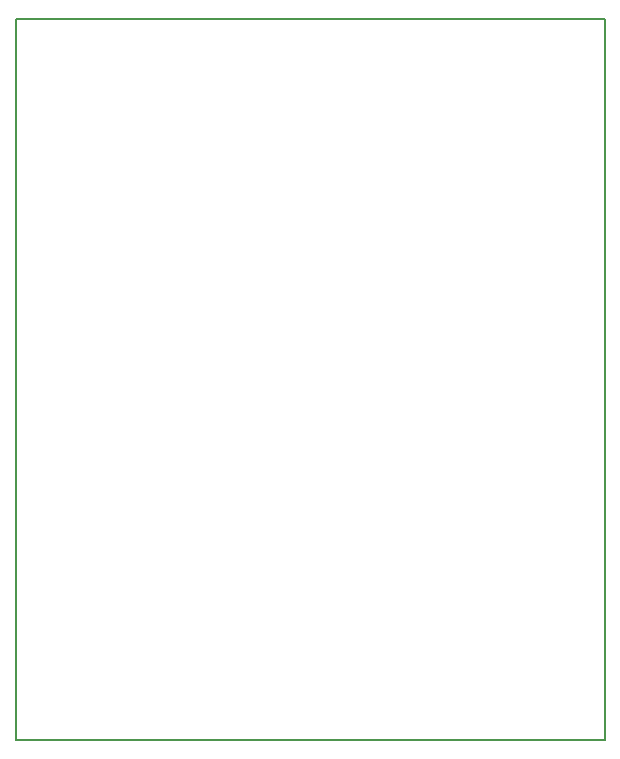
<source format=gbo>
G04 MADE WITH FRITZING*
G04 WWW.FRITZING.ORG*
G04 DOUBLE SIDED*
G04 HOLES PLATED*
G04 CONTOUR ON CENTER OF CONTOUR VECTOR*
%ASAXBY*%
%FSLAX23Y23*%
%MOIN*%
%OFA0B0*%
%SFA1.0B1.0*%
%ADD10R,1.969520X2.409270X1.953520X2.393270*%
%ADD11C,0.008000*%
%LNSILK0*%
G90*
G70*
G54D11*
X4Y2405D02*
X1966Y2405D01*
X1966Y4D01*
X4Y4D01*
X4Y2405D01*
D02*
G04 End of Silk0*
M02*
</source>
